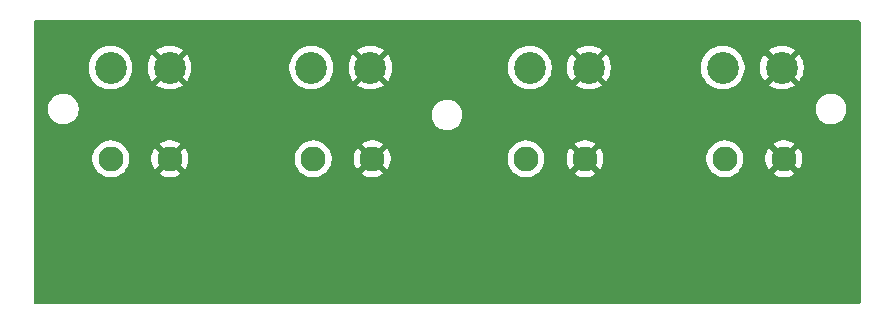
<source format=gbl>
%TF.GenerationSoftware,KiCad,Pcbnew,9.0.4-9.0.4-0~ubuntu24.04.1*%
%TF.CreationDate,2025-09-24T17:28:49+03:00*%
%TF.ProjectId,Linear_actuator_MCU_Bridge_circuit,4c696e65-6172-45f6-9163-747561746f72,rev?*%
%TF.SameCoordinates,Original*%
%TF.FileFunction,Copper,L2,Bot*%
%TF.FilePolarity,Positive*%
%FSLAX46Y46*%
G04 Gerber Fmt 4.6, Leading zero omitted, Abs format (unit mm)*
G04 Created by KiCad (PCBNEW 9.0.4-9.0.4-0~ubuntu24.04.1) date 2025-09-24 17:28:49*
%MOMM*%
%LPD*%
G01*
G04 APERTURE LIST*
%TA.AperFunction,ComponentPad*%
%ADD10C,2.700000*%
%TD*%
%TA.AperFunction,ComponentPad*%
%ADD11C,2.108200*%
%TD*%
G04 APERTURE END LIST*
D10*
%TO.P,U1,P$1,+*%
%TO.N,+24V*%
X134424200Y-60840100D03*
%TO.P,U1,P$2,-*%
%TO.N,GNDPWR*%
X139424200Y-60840100D03*
%TD*%
D11*
%TO.P,J2,1*%
%TO.N,+24V*%
X117757200Y-68555500D03*
%TO.P,J2,2*%
%TO.N,GNDPWR*%
X122761000Y-68555500D03*
%TD*%
%TO.P,J3,1*%
%TO.N,+24V*%
X99757200Y-68555500D03*
%TO.P,J3,2*%
%TO.N,GNDPWR*%
X104761000Y-68555500D03*
%TD*%
D10*
%TO.P,U2,P$1,+*%
%TO.N,+24V*%
X118090700Y-60840100D03*
%TO.P,U2,P$2,-*%
%TO.N,GNDPWR*%
X123090700Y-60840100D03*
%TD*%
%TO.P,U4,P$1,+*%
%TO.N,+24V*%
X82590700Y-60840100D03*
%TO.P,U4,P$2,-*%
%TO.N,GNDPWR*%
X87590700Y-60840100D03*
%TD*%
%TO.P,U3,P$1,+*%
%TO.N,+24V*%
X99590700Y-60840100D03*
%TO.P,U3,P$2,-*%
%TO.N,GNDPWR*%
X104590700Y-60840100D03*
%TD*%
D11*
%TO.P,J4,1*%
%TO.N,+24V*%
X82608000Y-68555500D03*
%TO.P,J4,2*%
%TO.N,GNDPWR*%
X87611800Y-68555500D03*
%TD*%
%TO.P,J1,1*%
%TO.N,+24V*%
X134590700Y-68555500D03*
%TO.P,J1,2*%
%TO.N,GNDPWR*%
X139594500Y-68555500D03*
%TD*%
%TA.AperFunction,Conductor*%
%TO.N,GNDPWR*%
G36*
X146033239Y-56860285D02*
G01*
X146078994Y-56913089D01*
X146090200Y-56964600D01*
X146090200Y-80715600D01*
X146070515Y-80782639D01*
X146017711Y-80828394D01*
X145966200Y-80839600D01*
X76215200Y-80839600D01*
X76148161Y-80819915D01*
X76102406Y-80767111D01*
X76091200Y-80715600D01*
X76091200Y-68433150D01*
X81053400Y-68433150D01*
X81053400Y-68677849D01*
X81091680Y-68919537D01*
X81091680Y-68919540D01*
X81167294Y-69152256D01*
X81167296Y-69152259D01*
X81278387Y-69370288D01*
X81422218Y-69568254D01*
X81595246Y-69741282D01*
X81793212Y-69885113D01*
X82011241Y-69996204D01*
X82011243Y-69996205D01*
X82228311Y-70066734D01*
X82243964Y-70071820D01*
X82485650Y-70110100D01*
X82485651Y-70110100D01*
X82730349Y-70110100D01*
X82730350Y-70110100D01*
X82972036Y-70071820D01*
X82972039Y-70071819D01*
X82972040Y-70071819D01*
X83204756Y-69996205D01*
X83204756Y-69996204D01*
X83204759Y-69996204D01*
X83422788Y-69885113D01*
X83620754Y-69741282D01*
X83793782Y-69568254D01*
X83937613Y-69370288D01*
X84048704Y-69152259D01*
X84076883Y-69065534D01*
X84124319Y-68919540D01*
X84124319Y-68919539D01*
X84124320Y-68919536D01*
X84162600Y-68677850D01*
X84162600Y-68433184D01*
X86057700Y-68433184D01*
X86057700Y-68677815D01*
X86095966Y-68919419D01*
X86171561Y-69152071D01*
X86282614Y-69370026D01*
X86350409Y-69463336D01*
X86350409Y-69463337D01*
X86895877Y-68917869D01*
X86902761Y-68934489D01*
X86990322Y-69065534D01*
X87101766Y-69176978D01*
X87232811Y-69264539D01*
X87249429Y-69271422D01*
X86703961Y-69816889D01*
X86797273Y-69884685D01*
X87015228Y-69995738D01*
X87247880Y-70071333D01*
X87489485Y-70109600D01*
X87734115Y-70109600D01*
X87975719Y-70071333D01*
X88208371Y-69995738D01*
X88426326Y-69884685D01*
X88519637Y-69816889D01*
X87974170Y-69271422D01*
X87990789Y-69264539D01*
X88121834Y-69176978D01*
X88233278Y-69065534D01*
X88320839Y-68934489D01*
X88327722Y-68917870D01*
X88873189Y-69463337D01*
X88873189Y-69463336D01*
X88940985Y-69370026D01*
X89052038Y-69152071D01*
X89127633Y-68919419D01*
X89165900Y-68677815D01*
X89165900Y-68433184D01*
X89165895Y-68433150D01*
X98202600Y-68433150D01*
X98202600Y-68677849D01*
X98240880Y-68919537D01*
X98240880Y-68919540D01*
X98316494Y-69152256D01*
X98316496Y-69152259D01*
X98427587Y-69370288D01*
X98571418Y-69568254D01*
X98744446Y-69741282D01*
X98942412Y-69885113D01*
X99160441Y-69996204D01*
X99160443Y-69996205D01*
X99377511Y-70066734D01*
X99393164Y-70071820D01*
X99634850Y-70110100D01*
X99634851Y-70110100D01*
X99879549Y-70110100D01*
X99879550Y-70110100D01*
X100121236Y-70071820D01*
X100121239Y-70071819D01*
X100121240Y-70071819D01*
X100353956Y-69996205D01*
X100353956Y-69996204D01*
X100353959Y-69996204D01*
X100571988Y-69885113D01*
X100769954Y-69741282D01*
X100942982Y-69568254D01*
X101086813Y-69370288D01*
X101197904Y-69152259D01*
X101226083Y-69065534D01*
X101273519Y-68919540D01*
X101273519Y-68919539D01*
X101273520Y-68919536D01*
X101311800Y-68677850D01*
X101311800Y-68433184D01*
X103206900Y-68433184D01*
X103206900Y-68677815D01*
X103245166Y-68919419D01*
X103320761Y-69152071D01*
X103431814Y-69370026D01*
X103499609Y-69463336D01*
X103499609Y-69463337D01*
X104045077Y-68917869D01*
X104051961Y-68934489D01*
X104139522Y-69065534D01*
X104250966Y-69176978D01*
X104382011Y-69264539D01*
X104398629Y-69271422D01*
X103853161Y-69816889D01*
X103946473Y-69884685D01*
X104164428Y-69995738D01*
X104397080Y-70071333D01*
X104638685Y-70109600D01*
X104883315Y-70109600D01*
X105124919Y-70071333D01*
X105357571Y-69995738D01*
X105575526Y-69884685D01*
X105668836Y-69816889D01*
X105123369Y-69271422D01*
X105139989Y-69264539D01*
X105271034Y-69176978D01*
X105382478Y-69065534D01*
X105470039Y-68934489D01*
X105476922Y-68917870D01*
X106022389Y-69463337D01*
X106022389Y-69463336D01*
X106090185Y-69370026D01*
X106201238Y-69152071D01*
X106276833Y-68919419D01*
X106315100Y-68677815D01*
X106315100Y-68433184D01*
X106315095Y-68433150D01*
X116202600Y-68433150D01*
X116202600Y-68677849D01*
X116240880Y-68919537D01*
X116240880Y-68919540D01*
X116316494Y-69152256D01*
X116316496Y-69152259D01*
X116427587Y-69370288D01*
X116571418Y-69568254D01*
X116744446Y-69741282D01*
X116942412Y-69885113D01*
X117160441Y-69996204D01*
X117160443Y-69996205D01*
X117377511Y-70066734D01*
X117393164Y-70071820D01*
X117634850Y-70110100D01*
X117634851Y-70110100D01*
X117879549Y-70110100D01*
X117879550Y-70110100D01*
X118121236Y-70071820D01*
X118121239Y-70071819D01*
X118121240Y-70071819D01*
X118353956Y-69996205D01*
X118353956Y-69996204D01*
X118353959Y-69996204D01*
X118571988Y-69885113D01*
X118769954Y-69741282D01*
X118942982Y-69568254D01*
X119086813Y-69370288D01*
X119197904Y-69152259D01*
X119226083Y-69065534D01*
X119273519Y-68919540D01*
X119273519Y-68919539D01*
X119273520Y-68919536D01*
X119311800Y-68677850D01*
X119311800Y-68433184D01*
X121206900Y-68433184D01*
X121206900Y-68677815D01*
X121245166Y-68919419D01*
X121320761Y-69152071D01*
X121431814Y-69370026D01*
X121499609Y-69463336D01*
X121499609Y-69463337D01*
X122045077Y-68917869D01*
X122051961Y-68934489D01*
X122139522Y-69065534D01*
X122250966Y-69176978D01*
X122382011Y-69264539D01*
X122398629Y-69271422D01*
X121853161Y-69816889D01*
X121946473Y-69884685D01*
X122164428Y-69995738D01*
X122397080Y-70071333D01*
X122638685Y-70109600D01*
X122883315Y-70109600D01*
X123124919Y-70071333D01*
X123357571Y-69995738D01*
X123575526Y-69884685D01*
X123668836Y-69816889D01*
X123123369Y-69271422D01*
X123139989Y-69264539D01*
X123271034Y-69176978D01*
X123382478Y-69065534D01*
X123470039Y-68934489D01*
X123476922Y-68917869D01*
X124022389Y-69463336D01*
X124090185Y-69370026D01*
X124201238Y-69152071D01*
X124276833Y-68919419D01*
X124315100Y-68677815D01*
X124315100Y-68433184D01*
X124315095Y-68433150D01*
X133036100Y-68433150D01*
X133036100Y-68677849D01*
X133074380Y-68919537D01*
X133074380Y-68919540D01*
X133149994Y-69152256D01*
X133149996Y-69152259D01*
X133261087Y-69370288D01*
X133404918Y-69568254D01*
X133577946Y-69741282D01*
X133775912Y-69885113D01*
X133993941Y-69996204D01*
X133993943Y-69996205D01*
X134211011Y-70066734D01*
X134226664Y-70071820D01*
X134468350Y-70110100D01*
X134468351Y-70110100D01*
X134713049Y-70110100D01*
X134713050Y-70110100D01*
X134954736Y-70071820D01*
X134954739Y-70071819D01*
X134954740Y-70071819D01*
X135187456Y-69996205D01*
X135187456Y-69996204D01*
X135187459Y-69996204D01*
X135405488Y-69885113D01*
X135603454Y-69741282D01*
X135776482Y-69568254D01*
X135920313Y-69370288D01*
X136031404Y-69152259D01*
X136059583Y-69065534D01*
X136107019Y-68919540D01*
X136107019Y-68919539D01*
X136107020Y-68919536D01*
X136145300Y-68677850D01*
X136145300Y-68433184D01*
X138040400Y-68433184D01*
X138040400Y-68677815D01*
X138078666Y-68919419D01*
X138154261Y-69152071D01*
X138265314Y-69370026D01*
X138333109Y-69463336D01*
X138333109Y-69463337D01*
X138878577Y-68917869D01*
X138885461Y-68934489D01*
X138973022Y-69065534D01*
X139084466Y-69176978D01*
X139215511Y-69264539D01*
X139232129Y-69271422D01*
X138686661Y-69816889D01*
X138779973Y-69884685D01*
X138997928Y-69995738D01*
X139230580Y-70071333D01*
X139472185Y-70109600D01*
X139716815Y-70109600D01*
X139958419Y-70071333D01*
X140191071Y-69995738D01*
X140409026Y-69884685D01*
X140502336Y-69816889D01*
X139956869Y-69271422D01*
X139973489Y-69264539D01*
X140104534Y-69176978D01*
X140215978Y-69065534D01*
X140303539Y-68934489D01*
X140310422Y-68917869D01*
X140855889Y-69463336D01*
X140923685Y-69370026D01*
X141034738Y-69152071D01*
X141110333Y-68919419D01*
X141148600Y-68677815D01*
X141148600Y-68433184D01*
X141110333Y-68191580D01*
X141034738Y-67958928D01*
X140923685Y-67740973D01*
X140855889Y-67647662D01*
X140855889Y-67647661D01*
X140310422Y-68193128D01*
X140303539Y-68176511D01*
X140215978Y-68045466D01*
X140104534Y-67934022D01*
X139973489Y-67846461D01*
X139956868Y-67839576D01*
X140502337Y-67294109D01*
X140409026Y-67226314D01*
X140191071Y-67115261D01*
X139958419Y-67039666D01*
X139716815Y-67001400D01*
X139472185Y-67001400D01*
X139230580Y-67039666D01*
X138997928Y-67115261D01*
X138779969Y-67226316D01*
X138686662Y-67294107D01*
X138686661Y-67294109D01*
X139232129Y-67839577D01*
X139215511Y-67846461D01*
X139084466Y-67934022D01*
X138973022Y-68045466D01*
X138885461Y-68176511D01*
X138878577Y-68193129D01*
X138333109Y-67647661D01*
X138333107Y-67647662D01*
X138265316Y-67740969D01*
X138154261Y-67958928D01*
X138078666Y-68191580D01*
X138040400Y-68433184D01*
X136145300Y-68433184D01*
X136145300Y-68433150D01*
X136107020Y-68191464D01*
X136107019Y-68191460D01*
X136107019Y-68191459D01*
X136031405Y-67958743D01*
X136031403Y-67958740D01*
X135974195Y-67846461D01*
X135920313Y-67740712D01*
X135776482Y-67542746D01*
X135603454Y-67369718D01*
X135405488Y-67225887D01*
X135187459Y-67114796D01*
X135187456Y-67114794D01*
X134954738Y-67039180D01*
X134793612Y-67013660D01*
X134713050Y-67000900D01*
X134468350Y-67000900D01*
X134387788Y-67013660D01*
X134226662Y-67039180D01*
X134226659Y-67039180D01*
X133993943Y-67114794D01*
X133993940Y-67114796D01*
X133775911Y-67225887D01*
X133662965Y-67307947D01*
X133577946Y-67369718D01*
X133577944Y-67369720D01*
X133577943Y-67369720D01*
X133404920Y-67542743D01*
X133404920Y-67542744D01*
X133404918Y-67542746D01*
X133343147Y-67627765D01*
X133261087Y-67740711D01*
X133149996Y-67958740D01*
X133149994Y-67958743D01*
X133074380Y-68191459D01*
X133074380Y-68191462D01*
X133036100Y-68433150D01*
X124315095Y-68433150D01*
X124276833Y-68191580D01*
X124201238Y-67958928D01*
X124090185Y-67740973D01*
X124022389Y-67647662D01*
X124022389Y-67647661D01*
X123476922Y-68193128D01*
X123470039Y-68176511D01*
X123382478Y-68045466D01*
X123271034Y-67934022D01*
X123139989Y-67846461D01*
X123123368Y-67839576D01*
X123668837Y-67294109D01*
X123575526Y-67226314D01*
X123357571Y-67115261D01*
X123124919Y-67039666D01*
X122883315Y-67001400D01*
X122638685Y-67001400D01*
X122397080Y-67039666D01*
X122164428Y-67115261D01*
X121946469Y-67226316D01*
X121853162Y-67294107D01*
X121853161Y-67294109D01*
X122398629Y-67839577D01*
X122382011Y-67846461D01*
X122250966Y-67934022D01*
X122139522Y-68045466D01*
X122051961Y-68176511D01*
X122045077Y-68193129D01*
X121499609Y-67647661D01*
X121499607Y-67647662D01*
X121431816Y-67740969D01*
X121320761Y-67958928D01*
X121245166Y-68191580D01*
X121206900Y-68433184D01*
X119311800Y-68433184D01*
X119311800Y-68433150D01*
X119273520Y-68191464D01*
X119273519Y-68191460D01*
X119273519Y-68191459D01*
X119197905Y-67958743D01*
X119197903Y-67958740D01*
X119140695Y-67846461D01*
X119086813Y-67740712D01*
X118942982Y-67542746D01*
X118769954Y-67369718D01*
X118571988Y-67225887D01*
X118353959Y-67114796D01*
X118353956Y-67114794D01*
X118121238Y-67039180D01*
X117960112Y-67013660D01*
X117879550Y-67000900D01*
X117634850Y-67000900D01*
X117554288Y-67013660D01*
X117393162Y-67039180D01*
X117393159Y-67039180D01*
X117160443Y-67114794D01*
X117160440Y-67114796D01*
X116942411Y-67225887D01*
X116829465Y-67307947D01*
X116744446Y-67369718D01*
X116744444Y-67369720D01*
X116744443Y-67369720D01*
X116571420Y-67542743D01*
X116571420Y-67542744D01*
X116571418Y-67542746D01*
X116509647Y-67627765D01*
X116427587Y-67740711D01*
X116316496Y-67958740D01*
X116316494Y-67958743D01*
X116240880Y-68191459D01*
X116240880Y-68191462D01*
X116202600Y-68433150D01*
X106315095Y-68433150D01*
X106276833Y-68191580D01*
X106201238Y-67958928D01*
X106090185Y-67740973D01*
X106022389Y-67647662D01*
X106022389Y-67647661D01*
X105476922Y-68193128D01*
X105470039Y-68176511D01*
X105382478Y-68045466D01*
X105271034Y-67934022D01*
X105139989Y-67846461D01*
X105123368Y-67839576D01*
X105668837Y-67294109D01*
X105575526Y-67226314D01*
X105357571Y-67115261D01*
X105124919Y-67039666D01*
X104883315Y-67001400D01*
X104638685Y-67001400D01*
X104397080Y-67039666D01*
X104164428Y-67115261D01*
X103946469Y-67226316D01*
X103853162Y-67294107D01*
X103853161Y-67294109D01*
X104398629Y-67839577D01*
X104382011Y-67846461D01*
X104250966Y-67934022D01*
X104139522Y-68045466D01*
X104051961Y-68176511D01*
X104045077Y-68193129D01*
X103499609Y-67647661D01*
X103499607Y-67647662D01*
X103431816Y-67740969D01*
X103320761Y-67958928D01*
X103245166Y-68191580D01*
X103206900Y-68433184D01*
X101311800Y-68433184D01*
X101311800Y-68433150D01*
X101273520Y-68191464D01*
X101273519Y-68191460D01*
X101273519Y-68191459D01*
X101197905Y-67958743D01*
X101197903Y-67958740D01*
X101140695Y-67846461D01*
X101086813Y-67740712D01*
X100942982Y-67542746D01*
X100769954Y-67369718D01*
X100571988Y-67225887D01*
X100353959Y-67114796D01*
X100353956Y-67114794D01*
X100121238Y-67039180D01*
X99960112Y-67013660D01*
X99879550Y-67000900D01*
X99634850Y-67000900D01*
X99554288Y-67013660D01*
X99393162Y-67039180D01*
X99393159Y-67039180D01*
X99160443Y-67114794D01*
X99160440Y-67114796D01*
X98942411Y-67225887D01*
X98829465Y-67307947D01*
X98744446Y-67369718D01*
X98744444Y-67369720D01*
X98744443Y-67369720D01*
X98571420Y-67542743D01*
X98571420Y-67542744D01*
X98571418Y-67542746D01*
X98509647Y-67627765D01*
X98427587Y-67740711D01*
X98316496Y-67958740D01*
X98316494Y-67958743D01*
X98240880Y-68191459D01*
X98240880Y-68191462D01*
X98202600Y-68433150D01*
X89165895Y-68433150D01*
X89127633Y-68191580D01*
X89052038Y-67958928D01*
X88940985Y-67740973D01*
X88873189Y-67647662D01*
X88873189Y-67647661D01*
X88327722Y-68193128D01*
X88320839Y-68176511D01*
X88233278Y-68045466D01*
X88121834Y-67934022D01*
X87990789Y-67846461D01*
X87974168Y-67839576D01*
X88519637Y-67294109D01*
X88426326Y-67226314D01*
X88208371Y-67115261D01*
X87975719Y-67039666D01*
X87734115Y-67001400D01*
X87489485Y-67001400D01*
X87247880Y-67039666D01*
X87015228Y-67115261D01*
X86797269Y-67226316D01*
X86703962Y-67294107D01*
X86703961Y-67294109D01*
X87249429Y-67839577D01*
X87232811Y-67846461D01*
X87101766Y-67934022D01*
X86990322Y-68045466D01*
X86902761Y-68176511D01*
X86895877Y-68193129D01*
X86350409Y-67647661D01*
X86350407Y-67647662D01*
X86282616Y-67740969D01*
X86171561Y-67958928D01*
X86095966Y-68191580D01*
X86057700Y-68433184D01*
X84162600Y-68433184D01*
X84162600Y-68433150D01*
X84124320Y-68191464D01*
X84124319Y-68191460D01*
X84124319Y-68191459D01*
X84048705Y-67958743D01*
X84048703Y-67958740D01*
X83991495Y-67846461D01*
X83937613Y-67740712D01*
X83793782Y-67542746D01*
X83620754Y-67369718D01*
X83422788Y-67225887D01*
X83204759Y-67114796D01*
X83204756Y-67114794D01*
X82972038Y-67039180D01*
X82810912Y-67013660D01*
X82730350Y-67000900D01*
X82485650Y-67000900D01*
X82405088Y-67013660D01*
X82243962Y-67039180D01*
X82243959Y-67039180D01*
X82011243Y-67114794D01*
X82011240Y-67114796D01*
X81793211Y-67225887D01*
X81680265Y-67307947D01*
X81595246Y-67369718D01*
X81595244Y-67369720D01*
X81595243Y-67369720D01*
X81422220Y-67542743D01*
X81422220Y-67542744D01*
X81422218Y-67542746D01*
X81360447Y-67627765D01*
X81278387Y-67740711D01*
X81167296Y-67958740D01*
X81167294Y-67958743D01*
X81091680Y-68191459D01*
X81091680Y-68191462D01*
X81053400Y-68433150D01*
X76091200Y-68433150D01*
X76091200Y-64237748D01*
X77290200Y-64237748D01*
X77290200Y-64442451D01*
X77322222Y-64644634D01*
X77385481Y-64839323D01*
X77478415Y-65021713D01*
X77598728Y-65187313D01*
X77743486Y-65332071D01*
X77898449Y-65444656D01*
X77909090Y-65452387D01*
X78025307Y-65511603D01*
X78091476Y-65545318D01*
X78091478Y-65545318D01*
X78091481Y-65545320D01*
X78195837Y-65579227D01*
X78286165Y-65608577D01*
X78387257Y-65624588D01*
X78488348Y-65640600D01*
X78488349Y-65640600D01*
X78693051Y-65640600D01*
X78693052Y-65640600D01*
X78895234Y-65608577D01*
X79089919Y-65545320D01*
X79272310Y-65452387D01*
X79427931Y-65339323D01*
X79437913Y-65332071D01*
X79437915Y-65332068D01*
X79437919Y-65332066D01*
X79582666Y-65187319D01*
X79582668Y-65187315D01*
X79582671Y-65187313D01*
X79635432Y-65114690D01*
X79702987Y-65021710D01*
X79795920Y-64839319D01*
X79828922Y-64737748D01*
X109790200Y-64737748D01*
X109790200Y-64942451D01*
X109822222Y-65144634D01*
X109885481Y-65339323D01*
X109978415Y-65521713D01*
X110098728Y-65687313D01*
X110243486Y-65832071D01*
X110398449Y-65944656D01*
X110409090Y-65952387D01*
X110525307Y-66011603D01*
X110591476Y-66045318D01*
X110591478Y-66045318D01*
X110591481Y-66045320D01*
X110695837Y-66079227D01*
X110786165Y-66108577D01*
X110887257Y-66124588D01*
X110988348Y-66140600D01*
X110988349Y-66140600D01*
X111193051Y-66140600D01*
X111193052Y-66140600D01*
X111395234Y-66108577D01*
X111589919Y-66045320D01*
X111772310Y-65952387D01*
X111865290Y-65884832D01*
X111937913Y-65832071D01*
X111937915Y-65832068D01*
X111937919Y-65832066D01*
X112082666Y-65687319D01*
X112082668Y-65687315D01*
X112082671Y-65687313D01*
X112185833Y-65545320D01*
X112202987Y-65521710D01*
X112295920Y-65339319D01*
X112359177Y-65144634D01*
X112391200Y-64942452D01*
X112391200Y-64737748D01*
X112359177Y-64535566D01*
X112295920Y-64340881D01*
X112295917Y-64340877D01*
X112295917Y-64340874D01*
X112269573Y-64289172D01*
X112269572Y-64289171D01*
X112243371Y-64237748D01*
X142290200Y-64237748D01*
X142290200Y-64442451D01*
X142322222Y-64644634D01*
X142385481Y-64839323D01*
X142478415Y-65021713D01*
X142598728Y-65187313D01*
X142743486Y-65332071D01*
X142898449Y-65444656D01*
X142909090Y-65452387D01*
X143025307Y-65511603D01*
X143091476Y-65545318D01*
X143091478Y-65545318D01*
X143091481Y-65545320D01*
X143195837Y-65579227D01*
X143286165Y-65608577D01*
X143387257Y-65624588D01*
X143488348Y-65640600D01*
X143488349Y-65640600D01*
X143693051Y-65640600D01*
X143693052Y-65640600D01*
X143895234Y-65608577D01*
X144089919Y-65545320D01*
X144272310Y-65452387D01*
X144427931Y-65339323D01*
X144437913Y-65332071D01*
X144437915Y-65332068D01*
X144437919Y-65332066D01*
X144582666Y-65187319D01*
X144582668Y-65187315D01*
X144582671Y-65187313D01*
X144635432Y-65114690D01*
X144702987Y-65021710D01*
X144795920Y-64839319D01*
X144859177Y-64644634D01*
X144891200Y-64442452D01*
X144891200Y-64237748D01*
X144859177Y-64035566D01*
X144845309Y-63992886D01*
X144829827Y-63945237D01*
X144795920Y-63840881D01*
X144795918Y-63840878D01*
X144795918Y-63840876D01*
X144738310Y-63727815D01*
X144702987Y-63658490D01*
X144685834Y-63634881D01*
X144582671Y-63492886D01*
X144437913Y-63348128D01*
X144272313Y-63227815D01*
X144272312Y-63227814D01*
X144272310Y-63227813D01*
X144215353Y-63198791D01*
X144089923Y-63134881D01*
X143895234Y-63071622D01*
X143720695Y-63043978D01*
X143693052Y-63039600D01*
X143488348Y-63039600D01*
X143464029Y-63043451D01*
X143286165Y-63071622D01*
X143091476Y-63134881D01*
X142909086Y-63227815D01*
X142743486Y-63348128D01*
X142598728Y-63492886D01*
X142478415Y-63658486D01*
X142385481Y-63840876D01*
X142322222Y-64035565D01*
X142290200Y-64237748D01*
X112243371Y-64237748D01*
X112202984Y-64158485D01*
X112082671Y-63992886D01*
X111937913Y-63848128D01*
X111772313Y-63727815D01*
X111772312Y-63727814D01*
X111772310Y-63727813D01*
X111715353Y-63698791D01*
X111589923Y-63634881D01*
X111395234Y-63571622D01*
X111220695Y-63543978D01*
X111193052Y-63539600D01*
X110988348Y-63539600D01*
X110964029Y-63543451D01*
X110786165Y-63571622D01*
X110591476Y-63634881D01*
X110409086Y-63727815D01*
X110243486Y-63848128D01*
X110098728Y-63992886D01*
X109978415Y-64158486D01*
X109885481Y-64340876D01*
X109822222Y-64535565D01*
X109790200Y-64737748D01*
X79828922Y-64737748D01*
X79859177Y-64644634D01*
X79891200Y-64442452D01*
X79891200Y-64237748D01*
X79859177Y-64035566D01*
X79845309Y-63992886D01*
X79829827Y-63945237D01*
X79795920Y-63840881D01*
X79795918Y-63840878D01*
X79795918Y-63840876D01*
X79738310Y-63727815D01*
X79702987Y-63658490D01*
X79685834Y-63634881D01*
X79582671Y-63492886D01*
X79437913Y-63348128D01*
X79272313Y-63227815D01*
X79272312Y-63227814D01*
X79272310Y-63227813D01*
X79215353Y-63198791D01*
X79089923Y-63134881D01*
X78895234Y-63071622D01*
X78720695Y-63043978D01*
X78693052Y-63039600D01*
X78488348Y-63039600D01*
X78464029Y-63043451D01*
X78286165Y-63071622D01*
X78091476Y-63134881D01*
X77909086Y-63227815D01*
X77743486Y-63348128D01*
X77598728Y-63492886D01*
X77478415Y-63658486D01*
X77385481Y-63840876D01*
X77322222Y-64035565D01*
X77290200Y-64237748D01*
X76091200Y-64237748D01*
X76091200Y-60718811D01*
X80740200Y-60718811D01*
X80740200Y-60961388D01*
X80771861Y-61201885D01*
X80834647Y-61436204D01*
X80877300Y-61539176D01*
X80927476Y-61660312D01*
X81048764Y-61870389D01*
X81048766Y-61870392D01*
X81048767Y-61870393D01*
X81196433Y-62062836D01*
X81196439Y-62062843D01*
X81367956Y-62234360D01*
X81367962Y-62234365D01*
X81560411Y-62382036D01*
X81770488Y-62503324D01*
X81994600Y-62596154D01*
X82228911Y-62658938D01*
X82409286Y-62682684D01*
X82469411Y-62690600D01*
X82469412Y-62690600D01*
X82711989Y-62690600D01*
X82760088Y-62684267D01*
X82952489Y-62658938D01*
X83186800Y-62596154D01*
X83410912Y-62503324D01*
X83620989Y-62382036D01*
X83813438Y-62234365D01*
X83813443Y-62234360D01*
X83870401Y-62177403D01*
X83984960Y-62062843D01*
X83984965Y-62062838D01*
X84132636Y-61870389D01*
X84253924Y-61660312D01*
X84346754Y-61436200D01*
X84409538Y-61201889D01*
X84441200Y-60961388D01*
X84441200Y-60718851D01*
X85740700Y-60718851D01*
X85740700Y-60961348D01*
X85740701Y-60961364D01*
X85772353Y-61201787D01*
X85835121Y-61436039D01*
X85927920Y-61660078D01*
X85927927Y-61660092D01*
X86049181Y-61870110D01*
X86117761Y-61959484D01*
X86800221Y-61277023D01*
X86891624Y-61413817D01*
X87016983Y-61539176D01*
X87153774Y-61630577D01*
X86471314Y-62313036D01*
X86471314Y-62313037D01*
X86560689Y-62381617D01*
X86560696Y-62381622D01*
X86770707Y-62502872D01*
X86770721Y-62502879D01*
X86994760Y-62595678D01*
X87229012Y-62658446D01*
X87469435Y-62690098D01*
X87469452Y-62690100D01*
X87711948Y-62690100D01*
X87711964Y-62690098D01*
X87952387Y-62658446D01*
X88186639Y-62595678D01*
X88410678Y-62502879D01*
X88410692Y-62502872D01*
X88620716Y-62381615D01*
X88710084Y-62313039D01*
X88710084Y-62313036D01*
X88027624Y-61630577D01*
X88164417Y-61539176D01*
X88289776Y-61413817D01*
X88381177Y-61277024D01*
X89063636Y-61959484D01*
X89063639Y-61959484D01*
X89132215Y-61870116D01*
X89253472Y-61660092D01*
X89253479Y-61660078D01*
X89346278Y-61436039D01*
X89409046Y-61201787D01*
X89440698Y-60961364D01*
X89440700Y-60961348D01*
X89440700Y-60718843D01*
X89440696Y-60718811D01*
X97740200Y-60718811D01*
X97740200Y-60961388D01*
X97771861Y-61201885D01*
X97834647Y-61436204D01*
X97877300Y-61539176D01*
X97927476Y-61660312D01*
X98048764Y-61870389D01*
X98048766Y-61870392D01*
X98048767Y-61870393D01*
X98196433Y-62062836D01*
X98196439Y-62062843D01*
X98367956Y-62234360D01*
X98367962Y-62234365D01*
X98560411Y-62382036D01*
X98770488Y-62503324D01*
X98994600Y-62596154D01*
X99228911Y-62658938D01*
X99409286Y-62682684D01*
X99469411Y-62690600D01*
X99469412Y-62690600D01*
X99711989Y-62690600D01*
X99760088Y-62684267D01*
X99952489Y-62658938D01*
X100186800Y-62596154D01*
X100410912Y-62503324D01*
X100620989Y-62382036D01*
X100813438Y-62234365D01*
X100813443Y-62234360D01*
X100870401Y-62177403D01*
X100984960Y-62062843D01*
X100984965Y-62062838D01*
X101132636Y-61870389D01*
X101253924Y-61660312D01*
X101346754Y-61436200D01*
X101409538Y-61201889D01*
X101441200Y-60961388D01*
X101441200Y-60718851D01*
X102740700Y-60718851D01*
X102740700Y-60961348D01*
X102740701Y-60961364D01*
X102772353Y-61201787D01*
X102835121Y-61436039D01*
X102927920Y-61660078D01*
X102927927Y-61660092D01*
X103049181Y-61870110D01*
X103117761Y-61959484D01*
X103800221Y-61277023D01*
X103891624Y-61413817D01*
X104016983Y-61539176D01*
X104153774Y-61630577D01*
X103471314Y-62313036D01*
X103471314Y-62313037D01*
X103560689Y-62381617D01*
X103560696Y-62381622D01*
X103770707Y-62502872D01*
X103770721Y-62502879D01*
X103994760Y-62595678D01*
X104229012Y-62658446D01*
X104469435Y-62690098D01*
X104469452Y-62690100D01*
X104711948Y-62690100D01*
X104711964Y-62690098D01*
X104952387Y-62658446D01*
X105186639Y-62595678D01*
X105410678Y-62502879D01*
X105410692Y-62502872D01*
X105620716Y-62381615D01*
X105710084Y-62313039D01*
X105710084Y-62313036D01*
X105027624Y-61630577D01*
X105164417Y-61539176D01*
X105289776Y-61413817D01*
X105381177Y-61277024D01*
X106063636Y-61959484D01*
X106063639Y-61959484D01*
X106132215Y-61870116D01*
X106253472Y-61660092D01*
X106253479Y-61660078D01*
X106346278Y-61436039D01*
X106409046Y-61201787D01*
X106440698Y-60961364D01*
X106440700Y-60961348D01*
X106440700Y-60718843D01*
X106440696Y-60718811D01*
X116240200Y-60718811D01*
X116240200Y-60961388D01*
X116271861Y-61201885D01*
X116334647Y-61436204D01*
X116377300Y-61539176D01*
X116427476Y-61660312D01*
X116548764Y-61870389D01*
X116548766Y-61870392D01*
X116548767Y-61870393D01*
X116696433Y-62062836D01*
X116696439Y-62062843D01*
X116867956Y-62234360D01*
X116867962Y-62234365D01*
X117060411Y-62382036D01*
X117270488Y-62503324D01*
X117494600Y-62596154D01*
X117728911Y-62658938D01*
X117909286Y-62682684D01*
X117969411Y-62690600D01*
X117969412Y-62690600D01*
X118211989Y-62690600D01*
X118260088Y-62684267D01*
X118452489Y-62658938D01*
X118686800Y-62596154D01*
X118910912Y-62503324D01*
X119120989Y-62382036D01*
X119313438Y-62234365D01*
X119313443Y-62234360D01*
X119370401Y-62177403D01*
X119484960Y-62062843D01*
X119484965Y-62062838D01*
X119632636Y-61870389D01*
X119753924Y-61660312D01*
X119846754Y-61436200D01*
X119909538Y-61201889D01*
X119941200Y-60961388D01*
X119941200Y-60718851D01*
X121240700Y-60718851D01*
X121240700Y-60961348D01*
X121240701Y-60961364D01*
X121272353Y-61201787D01*
X121335121Y-61436039D01*
X121427920Y-61660078D01*
X121427927Y-61660092D01*
X121549181Y-61870110D01*
X121617761Y-61959484D01*
X122300221Y-61277023D01*
X122391624Y-61413817D01*
X122516983Y-61539176D01*
X122653774Y-61630577D01*
X121971314Y-62313036D01*
X121971314Y-62313037D01*
X122060689Y-62381617D01*
X122060696Y-62381622D01*
X122270707Y-62502872D01*
X122270721Y-62502879D01*
X122494760Y-62595678D01*
X122729012Y-62658446D01*
X122969435Y-62690098D01*
X122969452Y-62690100D01*
X123211948Y-62690100D01*
X123211964Y-62690098D01*
X123452387Y-62658446D01*
X123686639Y-62595678D01*
X123910678Y-62502879D01*
X123910692Y-62502872D01*
X124120716Y-62381615D01*
X124210084Y-62313039D01*
X124210084Y-62313036D01*
X123527624Y-61630577D01*
X123664417Y-61539176D01*
X123789776Y-61413817D01*
X123881177Y-61277024D01*
X124563636Y-61959484D01*
X124563639Y-61959484D01*
X124632215Y-61870116D01*
X124753472Y-61660092D01*
X124753479Y-61660078D01*
X124846278Y-61436039D01*
X124909046Y-61201787D01*
X124940698Y-60961364D01*
X124940700Y-60961348D01*
X124940700Y-60718843D01*
X124940696Y-60718811D01*
X132573700Y-60718811D01*
X132573700Y-60961388D01*
X132605361Y-61201885D01*
X132668147Y-61436204D01*
X132710800Y-61539176D01*
X132760976Y-61660312D01*
X132882264Y-61870389D01*
X132882266Y-61870392D01*
X132882267Y-61870393D01*
X133029933Y-62062836D01*
X133029939Y-62062843D01*
X133201456Y-62234360D01*
X133201462Y-62234365D01*
X133393911Y-62382036D01*
X133603988Y-62503324D01*
X133828100Y-62596154D01*
X134062411Y-62658938D01*
X134242786Y-62682684D01*
X134302911Y-62690600D01*
X134302912Y-62690600D01*
X134545489Y-62690600D01*
X134593588Y-62684267D01*
X134785989Y-62658938D01*
X135020300Y-62596154D01*
X135244412Y-62503324D01*
X135454489Y-62382036D01*
X135646938Y-62234365D01*
X135646943Y-62234360D01*
X135703901Y-62177403D01*
X135818460Y-62062843D01*
X135818465Y-62062838D01*
X135966136Y-61870389D01*
X136087424Y-61660312D01*
X136180254Y-61436200D01*
X136243038Y-61201889D01*
X136274700Y-60961388D01*
X136274700Y-60718851D01*
X137574200Y-60718851D01*
X137574200Y-60961348D01*
X137574201Y-60961364D01*
X137605853Y-61201787D01*
X137668621Y-61436039D01*
X137761420Y-61660078D01*
X137761427Y-61660092D01*
X137882681Y-61870110D01*
X137951261Y-61959484D01*
X138633721Y-61277023D01*
X138725124Y-61413817D01*
X138850483Y-61539176D01*
X138987274Y-61630577D01*
X138304814Y-62313036D01*
X138304814Y-62313037D01*
X138394189Y-62381617D01*
X138394196Y-62381622D01*
X138604207Y-62502872D01*
X138604221Y-62502879D01*
X138828260Y-62595678D01*
X139062512Y-62658446D01*
X139302935Y-62690098D01*
X139302952Y-62690100D01*
X139545448Y-62690100D01*
X139545464Y-62690098D01*
X139785887Y-62658446D01*
X140020139Y-62595678D01*
X140244178Y-62502879D01*
X140244192Y-62502872D01*
X140454216Y-62381615D01*
X140543584Y-62313039D01*
X140543584Y-62313036D01*
X139861124Y-61630577D01*
X139997917Y-61539176D01*
X140123276Y-61413817D01*
X140214677Y-61277025D01*
X140897136Y-61959484D01*
X140897139Y-61959484D01*
X140965715Y-61870116D01*
X141086972Y-61660092D01*
X141086979Y-61660078D01*
X141179778Y-61436039D01*
X141242546Y-61201787D01*
X141274198Y-60961364D01*
X141274200Y-60961348D01*
X141274200Y-60718851D01*
X141274198Y-60718835D01*
X141242546Y-60478412D01*
X141179778Y-60244160D01*
X141086979Y-60020121D01*
X141086972Y-60020107D01*
X140965722Y-59810096D01*
X140965717Y-59810089D01*
X140897137Y-59720714D01*
X140897136Y-59720714D01*
X140214676Y-60403174D01*
X140123276Y-60266383D01*
X139997917Y-60141024D01*
X139861123Y-60049621D01*
X140543584Y-59367161D01*
X140454210Y-59298581D01*
X140244192Y-59177327D01*
X140244178Y-59177320D01*
X140020139Y-59084521D01*
X139785887Y-59021753D01*
X139545464Y-58990101D01*
X139545448Y-58990100D01*
X139302952Y-58990100D01*
X139302935Y-58990101D01*
X139062512Y-59021753D01*
X138828260Y-59084521D01*
X138604221Y-59177320D01*
X138604206Y-59177327D01*
X138394190Y-59298580D01*
X138304814Y-59367160D01*
X138304814Y-59367161D01*
X138987275Y-60049622D01*
X138850483Y-60141024D01*
X138725124Y-60266383D01*
X138633722Y-60403175D01*
X137951261Y-59720714D01*
X137951260Y-59720714D01*
X137882680Y-59810090D01*
X137761427Y-60020106D01*
X137761420Y-60020121D01*
X137668621Y-60244160D01*
X137605853Y-60478412D01*
X137574201Y-60718835D01*
X137574200Y-60718851D01*
X136274700Y-60718851D01*
X136274700Y-60718812D01*
X136243038Y-60478311D01*
X136180254Y-60244000D01*
X136087424Y-60019888D01*
X135966136Y-59809811D01*
X135818465Y-59617362D01*
X135818460Y-59617356D01*
X135646943Y-59445839D01*
X135646936Y-59445833D01*
X135454493Y-59298167D01*
X135454492Y-59298166D01*
X135454489Y-59298164D01*
X135244412Y-59176876D01*
X135244405Y-59176873D01*
X135020304Y-59084047D01*
X134785985Y-59021261D01*
X134545489Y-58989600D01*
X134545488Y-58989600D01*
X134302912Y-58989600D01*
X134302911Y-58989600D01*
X134062414Y-59021261D01*
X133828095Y-59084047D01*
X133603994Y-59176873D01*
X133603985Y-59176877D01*
X133393906Y-59298167D01*
X133201463Y-59445833D01*
X133201456Y-59445839D01*
X133029939Y-59617356D01*
X133029933Y-59617363D01*
X132882267Y-59809806D01*
X132882264Y-59809810D01*
X132882264Y-59809811D01*
X132866017Y-59837951D01*
X132760977Y-60019885D01*
X132760973Y-60019894D01*
X132668147Y-60243995D01*
X132605361Y-60478314D01*
X132573700Y-60718811D01*
X124940696Y-60718811D01*
X124909046Y-60478412D01*
X124846278Y-60244160D01*
X124753479Y-60020121D01*
X124753472Y-60020107D01*
X124632222Y-59810096D01*
X124632217Y-59810089D01*
X124563637Y-59720714D01*
X124563636Y-59720714D01*
X123881176Y-60403174D01*
X123789776Y-60266383D01*
X123664417Y-60141024D01*
X123527623Y-60049621D01*
X124210084Y-59367161D01*
X124120710Y-59298581D01*
X123910692Y-59177327D01*
X123910678Y-59177320D01*
X123686639Y-59084521D01*
X123452387Y-59021753D01*
X123211964Y-58990101D01*
X123211948Y-58990100D01*
X122969452Y-58990100D01*
X122969435Y-58990101D01*
X122729012Y-59021753D01*
X122494760Y-59084521D01*
X122270721Y-59177320D01*
X122270706Y-59177327D01*
X122060690Y-59298580D01*
X121971314Y-59367160D01*
X121971314Y-59367161D01*
X122653775Y-60049622D01*
X122516983Y-60141024D01*
X122391624Y-60266383D01*
X122300222Y-60403175D01*
X121617761Y-59720714D01*
X121617760Y-59720714D01*
X121549180Y-59810090D01*
X121427927Y-60020106D01*
X121427920Y-60020121D01*
X121335121Y-60244160D01*
X121272353Y-60478412D01*
X121240701Y-60718835D01*
X121240700Y-60718851D01*
X119941200Y-60718851D01*
X119941200Y-60718812D01*
X119909538Y-60478311D01*
X119846754Y-60244000D01*
X119753924Y-60019888D01*
X119632636Y-59809811D01*
X119484965Y-59617362D01*
X119484960Y-59617356D01*
X119313443Y-59445839D01*
X119313436Y-59445833D01*
X119120993Y-59298167D01*
X119120992Y-59298166D01*
X119120989Y-59298164D01*
X118910912Y-59176876D01*
X118910905Y-59176873D01*
X118686804Y-59084047D01*
X118452485Y-59021261D01*
X118211989Y-58989600D01*
X118211988Y-58989600D01*
X117969412Y-58989600D01*
X117969411Y-58989600D01*
X117728914Y-59021261D01*
X117494595Y-59084047D01*
X117270494Y-59176873D01*
X117270485Y-59176877D01*
X117060406Y-59298167D01*
X116867963Y-59445833D01*
X116867956Y-59445839D01*
X116696439Y-59617356D01*
X116696433Y-59617363D01*
X116548767Y-59809806D01*
X116548764Y-59809810D01*
X116548764Y-59809811D01*
X116532517Y-59837951D01*
X116427477Y-60019885D01*
X116427473Y-60019894D01*
X116334647Y-60243995D01*
X116271861Y-60478314D01*
X116240200Y-60718811D01*
X106440696Y-60718811D01*
X106409046Y-60478412D01*
X106346278Y-60244160D01*
X106253479Y-60020121D01*
X106253472Y-60020107D01*
X106132222Y-59810096D01*
X106132217Y-59810089D01*
X106063637Y-59720714D01*
X106063636Y-59720714D01*
X105381176Y-60403174D01*
X105289776Y-60266383D01*
X105164417Y-60141024D01*
X105027623Y-60049621D01*
X105710084Y-59367161D01*
X105620710Y-59298581D01*
X105410692Y-59177327D01*
X105410678Y-59177320D01*
X105186639Y-59084521D01*
X104952387Y-59021753D01*
X104711964Y-58990101D01*
X104711948Y-58990100D01*
X104469452Y-58990100D01*
X104469435Y-58990101D01*
X104229012Y-59021753D01*
X103994760Y-59084521D01*
X103770721Y-59177320D01*
X103770706Y-59177327D01*
X103560690Y-59298580D01*
X103471314Y-59367160D01*
X103471314Y-59367161D01*
X104153775Y-60049622D01*
X104016983Y-60141024D01*
X103891624Y-60266383D01*
X103800222Y-60403175D01*
X103117761Y-59720714D01*
X103117760Y-59720714D01*
X103049180Y-59810090D01*
X102927927Y-60020106D01*
X102927920Y-60020121D01*
X102835121Y-60244160D01*
X102772353Y-60478412D01*
X102740701Y-60718835D01*
X102740700Y-60718851D01*
X101441200Y-60718851D01*
X101441200Y-60718812D01*
X101409538Y-60478311D01*
X101346754Y-60244000D01*
X101253924Y-60019888D01*
X101132636Y-59809811D01*
X100984965Y-59617362D01*
X100984960Y-59617356D01*
X100813443Y-59445839D01*
X100813436Y-59445833D01*
X100620993Y-59298167D01*
X100620992Y-59298166D01*
X100620989Y-59298164D01*
X100410912Y-59176876D01*
X100410905Y-59176873D01*
X100186804Y-59084047D01*
X99952485Y-59021261D01*
X99711989Y-58989600D01*
X99711988Y-58989600D01*
X99469412Y-58989600D01*
X99469411Y-58989600D01*
X99228914Y-59021261D01*
X98994595Y-59084047D01*
X98770494Y-59176873D01*
X98770485Y-59176877D01*
X98560406Y-59298167D01*
X98367963Y-59445833D01*
X98367956Y-59445839D01*
X98196439Y-59617356D01*
X98196433Y-59617363D01*
X98048767Y-59809806D01*
X98048764Y-59809810D01*
X98048764Y-59809811D01*
X98032517Y-59837951D01*
X97927477Y-60019885D01*
X97927473Y-60019894D01*
X97834647Y-60243995D01*
X97771861Y-60478314D01*
X97740200Y-60718811D01*
X89440696Y-60718811D01*
X89409046Y-60478412D01*
X89346278Y-60244160D01*
X89253479Y-60020121D01*
X89253472Y-60020107D01*
X89132222Y-59810096D01*
X89132217Y-59810089D01*
X89063637Y-59720714D01*
X89063636Y-59720714D01*
X88381176Y-60403174D01*
X88289776Y-60266383D01*
X88164417Y-60141024D01*
X88027623Y-60049621D01*
X88710084Y-59367161D01*
X88620710Y-59298581D01*
X88410692Y-59177327D01*
X88410678Y-59177320D01*
X88186639Y-59084521D01*
X87952387Y-59021753D01*
X87711964Y-58990101D01*
X87711948Y-58990100D01*
X87469452Y-58990100D01*
X87469435Y-58990101D01*
X87229012Y-59021753D01*
X86994760Y-59084521D01*
X86770721Y-59177320D01*
X86770706Y-59177327D01*
X86560690Y-59298580D01*
X86471314Y-59367160D01*
X86471314Y-59367161D01*
X87153775Y-60049622D01*
X87016983Y-60141024D01*
X86891624Y-60266383D01*
X86800222Y-60403175D01*
X86117761Y-59720714D01*
X86117760Y-59720714D01*
X86049180Y-59810090D01*
X85927927Y-60020106D01*
X85927920Y-60020121D01*
X85835121Y-60244160D01*
X85772353Y-60478412D01*
X85740701Y-60718835D01*
X85740700Y-60718851D01*
X84441200Y-60718851D01*
X84441200Y-60718812D01*
X84409538Y-60478311D01*
X84346754Y-60244000D01*
X84253924Y-60019888D01*
X84132636Y-59809811D01*
X83984965Y-59617362D01*
X83984960Y-59617356D01*
X83813443Y-59445839D01*
X83813436Y-59445833D01*
X83620993Y-59298167D01*
X83620992Y-59298166D01*
X83620989Y-59298164D01*
X83410912Y-59176876D01*
X83410905Y-59176873D01*
X83186804Y-59084047D01*
X82952485Y-59021261D01*
X82711989Y-58989600D01*
X82711988Y-58989600D01*
X82469412Y-58989600D01*
X82469411Y-58989600D01*
X82228914Y-59021261D01*
X81994595Y-59084047D01*
X81770494Y-59176873D01*
X81770485Y-59176877D01*
X81560406Y-59298167D01*
X81367963Y-59445833D01*
X81367956Y-59445839D01*
X81196439Y-59617356D01*
X81196433Y-59617363D01*
X81048767Y-59809806D01*
X81048764Y-59809810D01*
X81048764Y-59809811D01*
X81032517Y-59837951D01*
X80927477Y-60019885D01*
X80927473Y-60019894D01*
X80834647Y-60243995D01*
X80771861Y-60478314D01*
X80740200Y-60718811D01*
X76091200Y-60718811D01*
X76091200Y-56964600D01*
X76110885Y-56897561D01*
X76163689Y-56851806D01*
X76215200Y-56840600D01*
X145966200Y-56840600D01*
X146033239Y-56860285D01*
G37*
%TD.AperFunction*%
%TD*%
M02*

</source>
